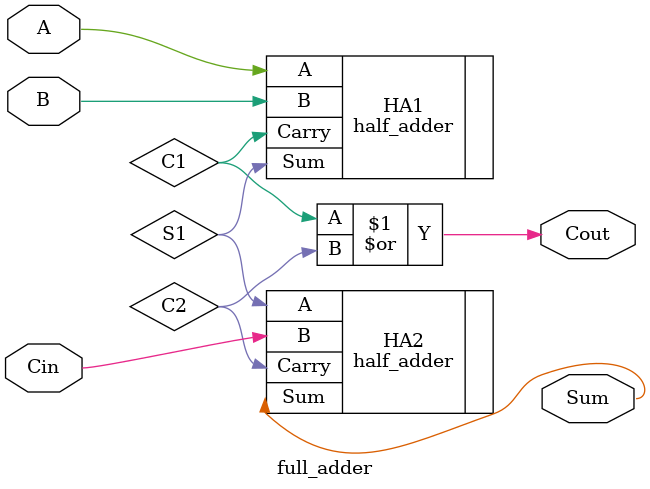
<source format=v>
module full_adder(
    input A, B, Cin,
    output Sum, Cout
);
    wire S1, C1, C2;

    half_adder HA1 (.A(A), .B(B), .Sum(S1), .Carry(C1));
    half_adder HA2 (.A(S1), .B(Cin), .Sum(Sum), .Carry(C2));

    assign Cout = C1 | C2;
endmodule

</source>
